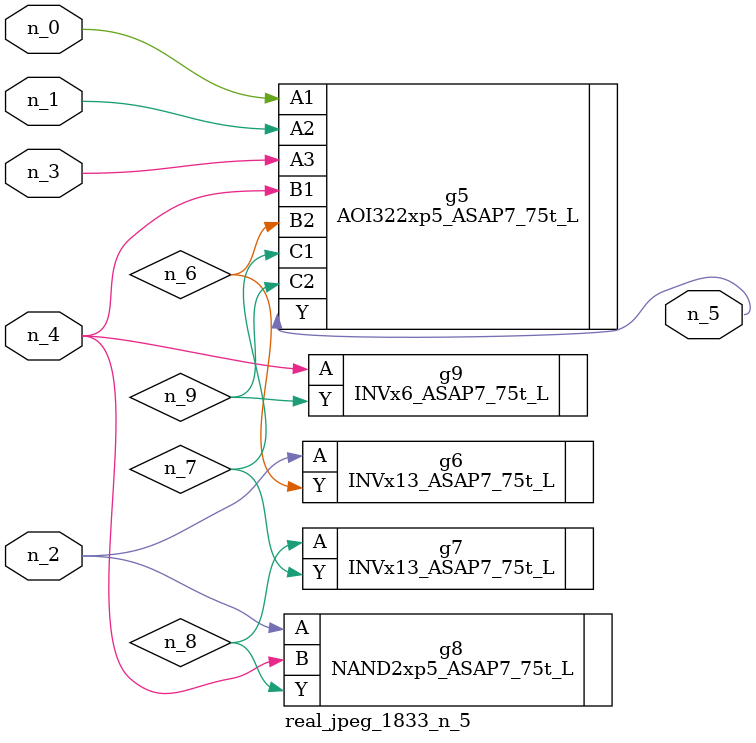
<source format=v>
module real_jpeg_1833_n_5 (n_4, n_0, n_1, n_2, n_3, n_5);

input n_4;
input n_0;
input n_1;
input n_2;
input n_3;

output n_5;

wire n_8;
wire n_6;
wire n_7;
wire n_9;

AOI322xp5_ASAP7_75t_L g5 ( 
.A1(n_0),
.A2(n_1),
.A3(n_3),
.B1(n_4),
.B2(n_6),
.C1(n_7),
.C2(n_9),
.Y(n_5)
);

INVx13_ASAP7_75t_L g6 ( 
.A(n_2),
.Y(n_6)
);

NAND2xp5_ASAP7_75t_L g8 ( 
.A(n_2),
.B(n_4),
.Y(n_8)
);

INVx6_ASAP7_75t_L g9 ( 
.A(n_4),
.Y(n_9)
);

INVx13_ASAP7_75t_L g7 ( 
.A(n_8),
.Y(n_7)
);


endmodule
</source>
